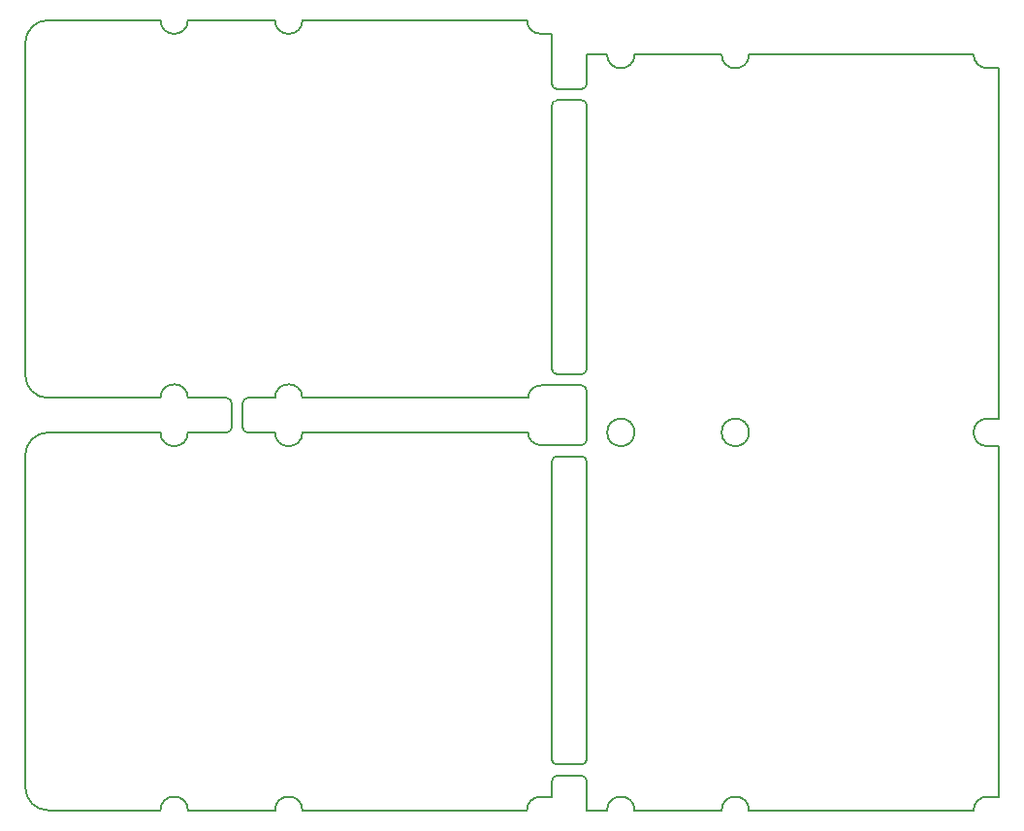
<source format=gbr>
G04 #@! TF.FileFunction,Profile,NP*
%FSLAX46Y46*%
G04 Gerber Fmt 4.6, Leading zero omitted, Abs format (unit mm)*
G04 Created by KiCad (PCBNEW 4.0.6) date 04/07/17 01:03:08*
%MOMM*%
%LPD*%
G01*
G04 APERTURE LIST*
%ADD10C,0.100000*%
%ADD11C,0.150000*%
G04 APERTURE END LIST*
D10*
D11*
X132800000Y-54000000D02*
X125200000Y-54000000D01*
X132800000Y-54000000D02*
G75*
G03X135200000Y-54000000I1200000J0D01*
G01*
X157400000Y-92100000D02*
G75*
G03X157000000Y-92500000I0J-400000D01*
G01*
X157000000Y-84500000D02*
G75*
G03X157400000Y-84900000I400000J0D01*
G01*
X159600000Y-84900000D02*
X157400000Y-84900000D01*
X159600000Y-92100000D02*
X157400000Y-92100000D01*
X159600000Y-84900000D02*
G75*
G03X160000000Y-84500000I0J400000D01*
G01*
X160000000Y-92500000D02*
G75*
G03X159600000Y-92100000I-400000J0D01*
G01*
X160000000Y-61400000D02*
X160000000Y-84500000D01*
X160000000Y-118600000D02*
X160000000Y-92500000D01*
X159600000Y-91100000D02*
G75*
G03X160000000Y-90700000I0J400000D01*
G01*
X160000000Y-86300000D02*
G75*
G03X159600000Y-85900000I-400000J0D01*
G01*
X157000000Y-91100000D02*
X159600000Y-91100000D01*
X157000000Y-85900000D02*
X159600000Y-85900000D01*
X157000000Y-59600000D02*
X157000000Y-55200000D01*
X160000000Y-57000000D02*
X160000000Y-59600000D01*
X157400000Y-61000000D02*
G75*
G03X157000000Y-61400000I0J-400000D01*
G01*
X157000000Y-59600000D02*
G75*
G03X157400000Y-60000000I400000J0D01*
G01*
X160000000Y-61400000D02*
G75*
G03X159600000Y-61000000I-400000J0D01*
G01*
X159600000Y-60000000D02*
G75*
G03X160000000Y-59600000I0J400000D01*
G01*
X159600000Y-61000000D02*
X157400000Y-61000000D01*
X159600000Y-60000000D02*
X157400000Y-60000000D01*
X113000000Y-54000000D02*
G75*
G03X111000000Y-56000000I0J-2000000D01*
G01*
X111000000Y-85000000D02*
G75*
G03X113000000Y-87000000I2000000J0D01*
G01*
X113000000Y-90000000D02*
G75*
G03X111000000Y-92000000I0J-2000000D01*
G01*
X111000000Y-121000000D02*
G75*
G03X113000000Y-123000000I2000000J0D01*
G01*
X160000000Y-120400000D02*
X160000000Y-123000000D01*
X157000000Y-120400000D02*
X157000000Y-121800000D01*
X157400000Y-120000000D02*
X159600000Y-120000000D01*
X159600000Y-119000000D02*
X157400000Y-119000000D01*
X159600000Y-119000000D02*
G75*
G03X160000000Y-118600000I0J400000D01*
G01*
X160000000Y-120400000D02*
G75*
G03X159600000Y-120000000I-400000J0D01*
G01*
X157000000Y-118600000D02*
G75*
G03X157400000Y-119000000I400000J0D01*
G01*
X157400000Y-120000000D02*
G75*
G03X157000000Y-120400000I0J-400000D01*
G01*
X130400000Y-87000000D02*
X132800000Y-87000000D01*
X130400000Y-90000000D02*
X132800000Y-90000000D01*
X130000000Y-89600000D02*
G75*
G03X130400000Y-90000000I400000J0D01*
G01*
X130400000Y-87000000D02*
G75*
G03X130000000Y-87400000I0J-400000D01*
G01*
X130000000Y-87400000D02*
X130000000Y-89600000D01*
X128600000Y-90000000D02*
G75*
G03X129000000Y-89600000I0J400000D01*
G01*
X129000000Y-87400000D02*
G75*
G03X128600000Y-87000000I-400000J0D01*
G01*
X129000000Y-87400000D02*
X129000000Y-89600000D01*
X160000000Y-123000000D02*
X161800000Y-123000000D01*
X164200000Y-123000000D02*
X171800000Y-123000000D01*
X161800000Y-57000000D02*
X160000000Y-57000000D01*
X171800000Y-57000000D02*
X164200000Y-57000000D01*
X171800000Y-57000000D02*
G75*
G03X174200000Y-57000000I1200000J0D01*
G01*
X161800000Y-57000000D02*
G75*
G03X164200000Y-57000000I1200000J0D01*
G01*
X164200000Y-123000000D02*
G75*
G03X161800000Y-123000000I-1200000J0D01*
G01*
X174200000Y-123000000D02*
G75*
G03X171800000Y-123000000I-1200000J0D01*
G01*
X164200000Y-90000000D02*
G75*
G03X164200000Y-90000000I-1200000J0D01*
G01*
X174200000Y-90000000D02*
G75*
G03X174200000Y-90000000I-1200000J0D01*
G01*
X196000000Y-121800000D02*
X195000000Y-121800000D01*
X196000000Y-91200000D02*
X196000000Y-121800000D01*
X195000000Y-58200000D02*
X196000000Y-58200000D01*
X193800000Y-57000000D02*
G75*
G03X195000000Y-58200000I1200000J0D01*
G01*
X195000000Y-91200000D02*
X196000000Y-91200000D01*
X195000000Y-88800000D02*
X196000000Y-88800000D01*
X195000000Y-88800000D02*
G75*
G03X195000000Y-91200000I0J-1200000D01*
G01*
X195000000Y-121800000D02*
G75*
G03X193800000Y-123000000I0J-1200000D01*
G01*
X196000000Y-58200000D02*
X196000000Y-88800000D01*
X174200000Y-57000000D02*
X193800000Y-57000000D01*
X160000000Y-90700000D02*
X160000000Y-86300000D01*
X193800000Y-123000000D02*
X174200000Y-123000000D01*
X156000000Y-85900000D02*
X157000000Y-85900000D01*
X135200000Y-87000000D02*
X154900000Y-87000000D01*
X125200000Y-87000000D02*
X128600000Y-87000000D01*
X156000000Y-55200000D02*
X157000000Y-55200000D01*
X135200000Y-54000000D02*
X154800000Y-54000000D01*
X154800000Y-54000000D02*
G75*
G03X156000000Y-55200000I1200000J0D01*
G01*
X122800000Y-54000000D02*
G75*
G03X125200000Y-54000000I1200000J0D01*
G01*
X156000000Y-85900000D02*
G75*
G03X154900000Y-87000000I0J-1100000D01*
G01*
X135200000Y-87000000D02*
G75*
G03X132800000Y-87000000I-1200000J0D01*
G01*
X125200000Y-87000000D02*
G75*
G03X122800000Y-87000000I-1200000J0D01*
G01*
X135200000Y-123000000D02*
X154800000Y-123000000D01*
X125200000Y-123000000D02*
X132800000Y-123000000D01*
X135200000Y-90000000D02*
X154900000Y-90000000D01*
X125200000Y-90000000D02*
X128600000Y-90000000D01*
X135200000Y-123000000D02*
G75*
G03X132800000Y-123000000I-1200000J0D01*
G01*
X132800000Y-90000000D02*
G75*
G03X135200000Y-90000000I1200000J0D01*
G01*
X122800000Y-123000000D02*
X113000000Y-123000000D01*
X125200000Y-123000000D02*
G75*
G03X122800000Y-123000000I-1200000J0D01*
G01*
X113000000Y-90000000D02*
X122800000Y-90000000D01*
X122800000Y-90000000D02*
G75*
G03X125200000Y-90000000I1200000J0D01*
G01*
X157000000Y-91100000D02*
X156000000Y-91100000D01*
X154900000Y-90000000D02*
G75*
G03X156000000Y-91100000I1100000J0D01*
G01*
X156000000Y-121800000D02*
X157000000Y-121800000D01*
X156000000Y-121800000D02*
G75*
G03X154800000Y-123000000I0J-1200000D01*
G01*
X111000000Y-121000000D02*
X111000000Y-92000000D01*
X157000000Y-92500000D02*
X157000000Y-118600000D01*
X122800000Y-87000000D02*
X113000000Y-87000000D01*
X157000000Y-61400000D02*
X157000000Y-84500000D01*
X113000000Y-54000000D02*
X122800000Y-54000000D01*
X111000000Y-85000000D02*
X111000000Y-56000000D01*
M02*

</source>
